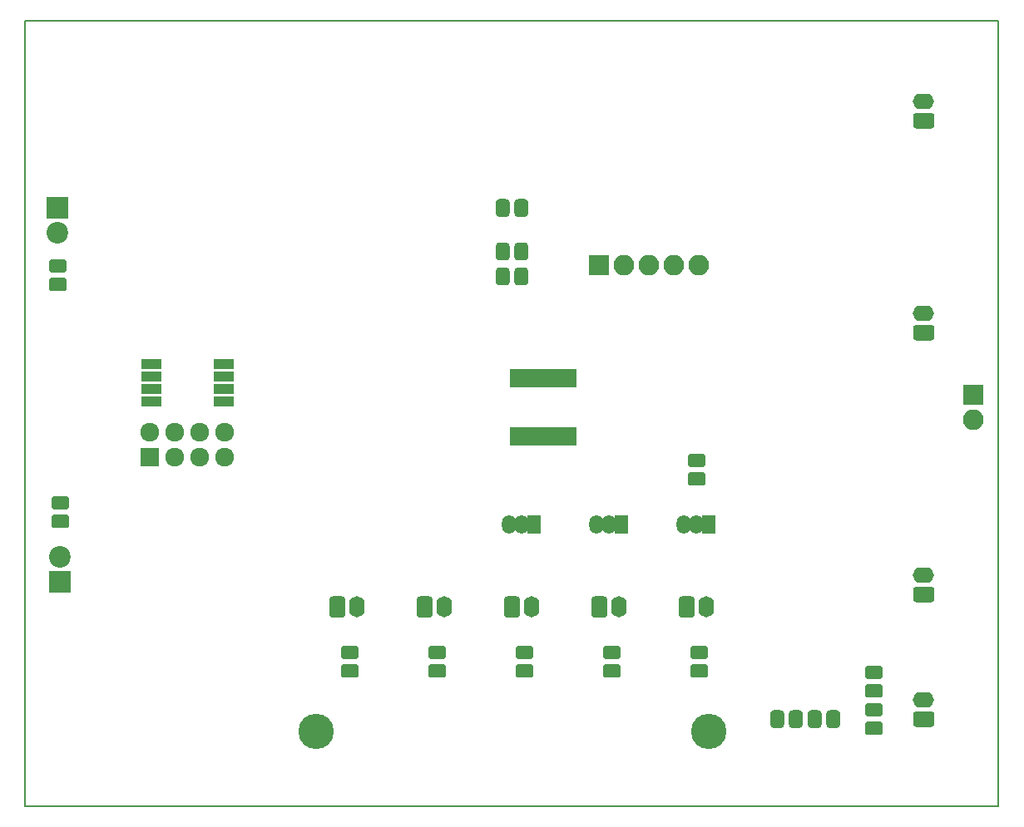
<source format=gbr>
%TF.GenerationSoftware,KiCad,Pcbnew,(5.0.0)*%
%TF.CreationDate,2019-06-06T16:06:29-05:00*%
%TF.ProjectId,Gun board,47756E20626F6172642E6B696361645F,rev?*%
%TF.SameCoordinates,Original*%
%TF.FileFunction,Soldermask,Bot*%
%TF.FilePolarity,Negative*%
%FSLAX46Y46*%
G04 Gerber Fmt 4.6, Leading zero omitted, Abs format (unit mm)*
G04 Created by KiCad (PCBNEW (5.0.0)) date 06/06/19 16:06:29*
%MOMM*%
%LPD*%
G01*
G04 APERTURE LIST*
%ADD10C,0.200000*%
%ADD11R,1.924000X1.924000*%
%ADD12C,1.924000*%
%ADD13R,2.100000X1.050000*%
%ADD14C,3.600000*%
%ADD15C,0.100000*%
%ADD16C,1.600000*%
%ADD17O,2.150000X1.600000*%
%ADD18C,1.375000*%
%ADD19C,2.200000*%
%ADD20R,2.200000X2.200000*%
%ADD21O,2.100000X2.100000*%
%ADD22R,2.100000X2.100000*%
%ADD23O,1.600000X2.150000*%
%ADD24O,1.450000X1.900000*%
%ADD25R,1.450000X1.900000*%
%ADD26R,0.850000X1.850000*%
G04 APERTURE END LIST*
D10*
X200660000Y-101600000D02*
X200660000Y-21590000D01*
X101600000Y-21590000D02*
X101600000Y-101600000D01*
X200660000Y-21590000D02*
X101600000Y-21590000D01*
X101600000Y-101600000D02*
X200660000Y-101600000D01*
D11*
X114300000Y-66040000D03*
D12*
X114300000Y-63500000D03*
X116840000Y-66040000D03*
X116840000Y-63500000D03*
X119380000Y-66040000D03*
X119380000Y-63500000D03*
X121920000Y-66040000D03*
X121920000Y-63500000D03*
D13*
X121760000Y-56515000D03*
X121760000Y-57785000D03*
X121760000Y-59055000D03*
X121760000Y-60325000D03*
X114460000Y-60325000D03*
X114460000Y-59055000D03*
X114460000Y-57785000D03*
X114460000Y-56515000D03*
D14*
X171196000Y-93980000D03*
D15*
G36*
X193814340Y-91911605D02*
X193846698Y-91916405D01*
X193878429Y-91924353D01*
X193909229Y-91935373D01*
X193938800Y-91949359D01*
X193966857Y-91966177D01*
X193993132Y-91985663D01*
X194017369Y-92007631D01*
X194039337Y-92031868D01*
X194058823Y-92058143D01*
X194075641Y-92086200D01*
X194089627Y-92115771D01*
X194100647Y-92146571D01*
X194108595Y-92178302D01*
X194113395Y-92210660D01*
X194115000Y-92243332D01*
X194115000Y-93176668D01*
X194113395Y-93209340D01*
X194108595Y-93241698D01*
X194100647Y-93273429D01*
X194089627Y-93304229D01*
X194075641Y-93333800D01*
X194058823Y-93361857D01*
X194039337Y-93388132D01*
X194017369Y-93412369D01*
X193993132Y-93434337D01*
X193966857Y-93453823D01*
X193938800Y-93470641D01*
X193909229Y-93484627D01*
X193878429Y-93495647D01*
X193846698Y-93503595D01*
X193814340Y-93508395D01*
X193781668Y-93510000D01*
X192298332Y-93510000D01*
X192265660Y-93508395D01*
X192233302Y-93503595D01*
X192201571Y-93495647D01*
X192170771Y-93484627D01*
X192141200Y-93470641D01*
X192113143Y-93453823D01*
X192086868Y-93434337D01*
X192062631Y-93412369D01*
X192040663Y-93388132D01*
X192021177Y-93361857D01*
X192004359Y-93333800D01*
X191990373Y-93304229D01*
X191979353Y-93273429D01*
X191971405Y-93241698D01*
X191966605Y-93209340D01*
X191965000Y-93176668D01*
X191965000Y-92243332D01*
X191966605Y-92210660D01*
X191971405Y-92178302D01*
X191979353Y-92146571D01*
X191990373Y-92115771D01*
X192004359Y-92086200D01*
X192021177Y-92058143D01*
X192040663Y-92031868D01*
X192062631Y-92007631D01*
X192086868Y-91985663D01*
X192113143Y-91966177D01*
X192141200Y-91949359D01*
X192170771Y-91935373D01*
X192201571Y-91924353D01*
X192233302Y-91916405D01*
X192265660Y-91911605D01*
X192298332Y-91910000D01*
X193781668Y-91910000D01*
X193814340Y-91911605D01*
X193814340Y-91911605D01*
G37*
D16*
X193040000Y-92710000D03*
D17*
X193040000Y-90710000D03*
D15*
G36*
X152444943Y-39741655D02*
X152478312Y-39746605D01*
X152511035Y-39754802D01*
X152542797Y-39766166D01*
X152573293Y-39780590D01*
X152602227Y-39797932D01*
X152629323Y-39818028D01*
X152654318Y-39840682D01*
X152676972Y-39865677D01*
X152697068Y-39892773D01*
X152714410Y-39921707D01*
X152728834Y-39952203D01*
X152740198Y-39983965D01*
X152748395Y-40016688D01*
X152753345Y-40050057D01*
X152755000Y-40083750D01*
X152755000Y-41196250D01*
X152753345Y-41229943D01*
X152748395Y-41263312D01*
X152740198Y-41296035D01*
X152728834Y-41327797D01*
X152714410Y-41358293D01*
X152697068Y-41387227D01*
X152676972Y-41414323D01*
X152654318Y-41439318D01*
X152629323Y-41461972D01*
X152602227Y-41482068D01*
X152573293Y-41499410D01*
X152542797Y-41513834D01*
X152511035Y-41525198D01*
X152478312Y-41533395D01*
X152444943Y-41538345D01*
X152411250Y-41540000D01*
X151723750Y-41540000D01*
X151690057Y-41538345D01*
X151656688Y-41533395D01*
X151623965Y-41525198D01*
X151592203Y-41513834D01*
X151561707Y-41499410D01*
X151532773Y-41482068D01*
X151505677Y-41461972D01*
X151480682Y-41439318D01*
X151458028Y-41414323D01*
X151437932Y-41387227D01*
X151420590Y-41358293D01*
X151406166Y-41327797D01*
X151394802Y-41296035D01*
X151386605Y-41263312D01*
X151381655Y-41229943D01*
X151380000Y-41196250D01*
X151380000Y-40083750D01*
X151381655Y-40050057D01*
X151386605Y-40016688D01*
X151394802Y-39983965D01*
X151406166Y-39952203D01*
X151420590Y-39921707D01*
X151437932Y-39892773D01*
X151458028Y-39865677D01*
X151480682Y-39840682D01*
X151505677Y-39818028D01*
X151532773Y-39797932D01*
X151561707Y-39780590D01*
X151592203Y-39766166D01*
X151623965Y-39754802D01*
X151656688Y-39746605D01*
X151690057Y-39741655D01*
X151723750Y-39740000D01*
X152411250Y-39740000D01*
X152444943Y-39741655D01*
X152444943Y-39741655D01*
G37*
D18*
X152067500Y-40640000D03*
D15*
G36*
X150569943Y-39741655D02*
X150603312Y-39746605D01*
X150636035Y-39754802D01*
X150667797Y-39766166D01*
X150698293Y-39780590D01*
X150727227Y-39797932D01*
X150754323Y-39818028D01*
X150779318Y-39840682D01*
X150801972Y-39865677D01*
X150822068Y-39892773D01*
X150839410Y-39921707D01*
X150853834Y-39952203D01*
X150865198Y-39983965D01*
X150873395Y-40016688D01*
X150878345Y-40050057D01*
X150880000Y-40083750D01*
X150880000Y-41196250D01*
X150878345Y-41229943D01*
X150873395Y-41263312D01*
X150865198Y-41296035D01*
X150853834Y-41327797D01*
X150839410Y-41358293D01*
X150822068Y-41387227D01*
X150801972Y-41414323D01*
X150779318Y-41439318D01*
X150754323Y-41461972D01*
X150727227Y-41482068D01*
X150698293Y-41499410D01*
X150667797Y-41513834D01*
X150636035Y-41525198D01*
X150603312Y-41533395D01*
X150569943Y-41538345D01*
X150536250Y-41540000D01*
X149848750Y-41540000D01*
X149815057Y-41538345D01*
X149781688Y-41533395D01*
X149748965Y-41525198D01*
X149717203Y-41513834D01*
X149686707Y-41499410D01*
X149657773Y-41482068D01*
X149630677Y-41461972D01*
X149605682Y-41439318D01*
X149583028Y-41414323D01*
X149562932Y-41387227D01*
X149545590Y-41358293D01*
X149531166Y-41327797D01*
X149519802Y-41296035D01*
X149511605Y-41263312D01*
X149506655Y-41229943D01*
X149505000Y-41196250D01*
X149505000Y-40083750D01*
X149506655Y-40050057D01*
X149511605Y-40016688D01*
X149519802Y-39983965D01*
X149531166Y-39952203D01*
X149545590Y-39921707D01*
X149562932Y-39892773D01*
X149583028Y-39865677D01*
X149605682Y-39840682D01*
X149630677Y-39818028D01*
X149657773Y-39797932D01*
X149686707Y-39780590D01*
X149717203Y-39766166D01*
X149748965Y-39754802D01*
X149781688Y-39746605D01*
X149815057Y-39741655D01*
X149848750Y-39740000D01*
X150536250Y-39740000D01*
X150569943Y-39741655D01*
X150569943Y-39741655D01*
G37*
D18*
X150192500Y-40640000D03*
D19*
X105156000Y-76200000D03*
D20*
X105156000Y-78740000D03*
X104902000Y-40640000D03*
D19*
X104902000Y-43180000D03*
D21*
X170180000Y-46482000D03*
X167640000Y-46482000D03*
X165100000Y-46482000D03*
X162560000Y-46482000D03*
D22*
X160020000Y-46482000D03*
X198120000Y-59690000D03*
D21*
X198120000Y-62230000D03*
D23*
X135350000Y-81280000D03*
D15*
G36*
X133849340Y-80206605D02*
X133881698Y-80211405D01*
X133913429Y-80219353D01*
X133944229Y-80230373D01*
X133973800Y-80244359D01*
X134001857Y-80261177D01*
X134028132Y-80280663D01*
X134052369Y-80302631D01*
X134074337Y-80326868D01*
X134093823Y-80353143D01*
X134110641Y-80381200D01*
X134124627Y-80410771D01*
X134135647Y-80441571D01*
X134143595Y-80473302D01*
X134148395Y-80505660D01*
X134150000Y-80538332D01*
X134150000Y-82021668D01*
X134148395Y-82054340D01*
X134143595Y-82086698D01*
X134135647Y-82118429D01*
X134124627Y-82149229D01*
X134110641Y-82178800D01*
X134093823Y-82206857D01*
X134074337Y-82233132D01*
X134052369Y-82257369D01*
X134028132Y-82279337D01*
X134001857Y-82298823D01*
X133973800Y-82315641D01*
X133944229Y-82329627D01*
X133913429Y-82340647D01*
X133881698Y-82348595D01*
X133849340Y-82353395D01*
X133816668Y-82355000D01*
X132883332Y-82355000D01*
X132850660Y-82353395D01*
X132818302Y-82348595D01*
X132786571Y-82340647D01*
X132755771Y-82329627D01*
X132726200Y-82315641D01*
X132698143Y-82298823D01*
X132671868Y-82279337D01*
X132647631Y-82257369D01*
X132625663Y-82233132D01*
X132606177Y-82206857D01*
X132589359Y-82178800D01*
X132575373Y-82149229D01*
X132564353Y-82118429D01*
X132556405Y-82086698D01*
X132551605Y-82054340D01*
X132550000Y-82021668D01*
X132550000Y-80538332D01*
X132551605Y-80505660D01*
X132556405Y-80473302D01*
X132564353Y-80441571D01*
X132575373Y-80410771D01*
X132589359Y-80381200D01*
X132606177Y-80353143D01*
X132625663Y-80326868D01*
X132647631Y-80302631D01*
X132671868Y-80280663D01*
X132698143Y-80261177D01*
X132726200Y-80244359D01*
X132755771Y-80230373D01*
X132786571Y-80219353D01*
X132818302Y-80211405D01*
X132850660Y-80206605D01*
X132883332Y-80205000D01*
X133816668Y-80205000D01*
X133849340Y-80206605D01*
X133849340Y-80206605D01*
G37*
D16*
X133350000Y-81280000D03*
D23*
X144240000Y-81280000D03*
D15*
G36*
X142739340Y-80206605D02*
X142771698Y-80211405D01*
X142803429Y-80219353D01*
X142834229Y-80230373D01*
X142863800Y-80244359D01*
X142891857Y-80261177D01*
X142918132Y-80280663D01*
X142942369Y-80302631D01*
X142964337Y-80326868D01*
X142983823Y-80353143D01*
X143000641Y-80381200D01*
X143014627Y-80410771D01*
X143025647Y-80441571D01*
X143033595Y-80473302D01*
X143038395Y-80505660D01*
X143040000Y-80538332D01*
X143040000Y-82021668D01*
X143038395Y-82054340D01*
X143033595Y-82086698D01*
X143025647Y-82118429D01*
X143014627Y-82149229D01*
X143000641Y-82178800D01*
X142983823Y-82206857D01*
X142964337Y-82233132D01*
X142942369Y-82257369D01*
X142918132Y-82279337D01*
X142891857Y-82298823D01*
X142863800Y-82315641D01*
X142834229Y-82329627D01*
X142803429Y-82340647D01*
X142771698Y-82348595D01*
X142739340Y-82353395D01*
X142706668Y-82355000D01*
X141773332Y-82355000D01*
X141740660Y-82353395D01*
X141708302Y-82348595D01*
X141676571Y-82340647D01*
X141645771Y-82329627D01*
X141616200Y-82315641D01*
X141588143Y-82298823D01*
X141561868Y-82279337D01*
X141537631Y-82257369D01*
X141515663Y-82233132D01*
X141496177Y-82206857D01*
X141479359Y-82178800D01*
X141465373Y-82149229D01*
X141454353Y-82118429D01*
X141446405Y-82086698D01*
X141441605Y-82054340D01*
X141440000Y-82021668D01*
X141440000Y-80538332D01*
X141441605Y-80505660D01*
X141446405Y-80473302D01*
X141454353Y-80441571D01*
X141465373Y-80410771D01*
X141479359Y-80381200D01*
X141496177Y-80353143D01*
X141515663Y-80326868D01*
X141537631Y-80302631D01*
X141561868Y-80280663D01*
X141588143Y-80261177D01*
X141616200Y-80244359D01*
X141645771Y-80230373D01*
X141676571Y-80219353D01*
X141708302Y-80211405D01*
X141740660Y-80206605D01*
X141773332Y-80205000D01*
X142706668Y-80205000D01*
X142739340Y-80206605D01*
X142739340Y-80206605D01*
G37*
D16*
X142240000Y-81280000D03*
D15*
G36*
X151629340Y-80206605D02*
X151661698Y-80211405D01*
X151693429Y-80219353D01*
X151724229Y-80230373D01*
X151753800Y-80244359D01*
X151781857Y-80261177D01*
X151808132Y-80280663D01*
X151832369Y-80302631D01*
X151854337Y-80326868D01*
X151873823Y-80353143D01*
X151890641Y-80381200D01*
X151904627Y-80410771D01*
X151915647Y-80441571D01*
X151923595Y-80473302D01*
X151928395Y-80505660D01*
X151930000Y-80538332D01*
X151930000Y-82021668D01*
X151928395Y-82054340D01*
X151923595Y-82086698D01*
X151915647Y-82118429D01*
X151904627Y-82149229D01*
X151890641Y-82178800D01*
X151873823Y-82206857D01*
X151854337Y-82233132D01*
X151832369Y-82257369D01*
X151808132Y-82279337D01*
X151781857Y-82298823D01*
X151753800Y-82315641D01*
X151724229Y-82329627D01*
X151693429Y-82340647D01*
X151661698Y-82348595D01*
X151629340Y-82353395D01*
X151596668Y-82355000D01*
X150663332Y-82355000D01*
X150630660Y-82353395D01*
X150598302Y-82348595D01*
X150566571Y-82340647D01*
X150535771Y-82329627D01*
X150506200Y-82315641D01*
X150478143Y-82298823D01*
X150451868Y-82279337D01*
X150427631Y-82257369D01*
X150405663Y-82233132D01*
X150386177Y-82206857D01*
X150369359Y-82178800D01*
X150355373Y-82149229D01*
X150344353Y-82118429D01*
X150336405Y-82086698D01*
X150331605Y-82054340D01*
X150330000Y-82021668D01*
X150330000Y-80538332D01*
X150331605Y-80505660D01*
X150336405Y-80473302D01*
X150344353Y-80441571D01*
X150355373Y-80410771D01*
X150369359Y-80381200D01*
X150386177Y-80353143D01*
X150405663Y-80326868D01*
X150427631Y-80302631D01*
X150451868Y-80280663D01*
X150478143Y-80261177D01*
X150506200Y-80244359D01*
X150535771Y-80230373D01*
X150566571Y-80219353D01*
X150598302Y-80211405D01*
X150630660Y-80206605D01*
X150663332Y-80205000D01*
X151596668Y-80205000D01*
X151629340Y-80206605D01*
X151629340Y-80206605D01*
G37*
D16*
X151130000Y-81280000D03*
D23*
X153130000Y-81280000D03*
D15*
G36*
X160519340Y-80206605D02*
X160551698Y-80211405D01*
X160583429Y-80219353D01*
X160614229Y-80230373D01*
X160643800Y-80244359D01*
X160671857Y-80261177D01*
X160698132Y-80280663D01*
X160722369Y-80302631D01*
X160744337Y-80326868D01*
X160763823Y-80353143D01*
X160780641Y-80381200D01*
X160794627Y-80410771D01*
X160805647Y-80441571D01*
X160813595Y-80473302D01*
X160818395Y-80505660D01*
X160820000Y-80538332D01*
X160820000Y-82021668D01*
X160818395Y-82054340D01*
X160813595Y-82086698D01*
X160805647Y-82118429D01*
X160794627Y-82149229D01*
X160780641Y-82178800D01*
X160763823Y-82206857D01*
X160744337Y-82233132D01*
X160722369Y-82257369D01*
X160698132Y-82279337D01*
X160671857Y-82298823D01*
X160643800Y-82315641D01*
X160614229Y-82329627D01*
X160583429Y-82340647D01*
X160551698Y-82348595D01*
X160519340Y-82353395D01*
X160486668Y-82355000D01*
X159553332Y-82355000D01*
X159520660Y-82353395D01*
X159488302Y-82348595D01*
X159456571Y-82340647D01*
X159425771Y-82329627D01*
X159396200Y-82315641D01*
X159368143Y-82298823D01*
X159341868Y-82279337D01*
X159317631Y-82257369D01*
X159295663Y-82233132D01*
X159276177Y-82206857D01*
X159259359Y-82178800D01*
X159245373Y-82149229D01*
X159234353Y-82118429D01*
X159226405Y-82086698D01*
X159221605Y-82054340D01*
X159220000Y-82021668D01*
X159220000Y-80538332D01*
X159221605Y-80505660D01*
X159226405Y-80473302D01*
X159234353Y-80441571D01*
X159245373Y-80410771D01*
X159259359Y-80381200D01*
X159276177Y-80353143D01*
X159295663Y-80326868D01*
X159317631Y-80302631D01*
X159341868Y-80280663D01*
X159368143Y-80261177D01*
X159396200Y-80244359D01*
X159425771Y-80230373D01*
X159456571Y-80219353D01*
X159488302Y-80211405D01*
X159520660Y-80206605D01*
X159553332Y-80205000D01*
X160486668Y-80205000D01*
X160519340Y-80206605D01*
X160519340Y-80206605D01*
G37*
D16*
X160020000Y-81280000D03*
D23*
X162020000Y-81280000D03*
D15*
G36*
X169409340Y-80206605D02*
X169441698Y-80211405D01*
X169473429Y-80219353D01*
X169504229Y-80230373D01*
X169533800Y-80244359D01*
X169561857Y-80261177D01*
X169588132Y-80280663D01*
X169612369Y-80302631D01*
X169634337Y-80326868D01*
X169653823Y-80353143D01*
X169670641Y-80381200D01*
X169684627Y-80410771D01*
X169695647Y-80441571D01*
X169703595Y-80473302D01*
X169708395Y-80505660D01*
X169710000Y-80538332D01*
X169710000Y-82021668D01*
X169708395Y-82054340D01*
X169703595Y-82086698D01*
X169695647Y-82118429D01*
X169684627Y-82149229D01*
X169670641Y-82178800D01*
X169653823Y-82206857D01*
X169634337Y-82233132D01*
X169612369Y-82257369D01*
X169588132Y-82279337D01*
X169561857Y-82298823D01*
X169533800Y-82315641D01*
X169504229Y-82329627D01*
X169473429Y-82340647D01*
X169441698Y-82348595D01*
X169409340Y-82353395D01*
X169376668Y-82355000D01*
X168443332Y-82355000D01*
X168410660Y-82353395D01*
X168378302Y-82348595D01*
X168346571Y-82340647D01*
X168315771Y-82329627D01*
X168286200Y-82315641D01*
X168258143Y-82298823D01*
X168231868Y-82279337D01*
X168207631Y-82257369D01*
X168185663Y-82233132D01*
X168166177Y-82206857D01*
X168149359Y-82178800D01*
X168135373Y-82149229D01*
X168124353Y-82118429D01*
X168116405Y-82086698D01*
X168111605Y-82054340D01*
X168110000Y-82021668D01*
X168110000Y-80538332D01*
X168111605Y-80505660D01*
X168116405Y-80473302D01*
X168124353Y-80441571D01*
X168135373Y-80410771D01*
X168149359Y-80381200D01*
X168166177Y-80353143D01*
X168185663Y-80326868D01*
X168207631Y-80302631D01*
X168231868Y-80280663D01*
X168258143Y-80261177D01*
X168286200Y-80244359D01*
X168315771Y-80230373D01*
X168346571Y-80219353D01*
X168378302Y-80211405D01*
X168410660Y-80206605D01*
X168443332Y-80205000D01*
X169376668Y-80205000D01*
X169409340Y-80206605D01*
X169409340Y-80206605D01*
G37*
D16*
X168910000Y-81280000D03*
D23*
X170910000Y-81280000D03*
D17*
X193040000Y-29750000D03*
D15*
G36*
X193814340Y-30951605D02*
X193846698Y-30956405D01*
X193878429Y-30964353D01*
X193909229Y-30975373D01*
X193938800Y-30989359D01*
X193966857Y-31006177D01*
X193993132Y-31025663D01*
X194017369Y-31047631D01*
X194039337Y-31071868D01*
X194058823Y-31098143D01*
X194075641Y-31126200D01*
X194089627Y-31155771D01*
X194100647Y-31186571D01*
X194108595Y-31218302D01*
X194113395Y-31250660D01*
X194115000Y-31283332D01*
X194115000Y-32216668D01*
X194113395Y-32249340D01*
X194108595Y-32281698D01*
X194100647Y-32313429D01*
X194089627Y-32344229D01*
X194075641Y-32373800D01*
X194058823Y-32401857D01*
X194039337Y-32428132D01*
X194017369Y-32452369D01*
X193993132Y-32474337D01*
X193966857Y-32493823D01*
X193938800Y-32510641D01*
X193909229Y-32524627D01*
X193878429Y-32535647D01*
X193846698Y-32543595D01*
X193814340Y-32548395D01*
X193781668Y-32550000D01*
X192298332Y-32550000D01*
X192265660Y-32548395D01*
X192233302Y-32543595D01*
X192201571Y-32535647D01*
X192170771Y-32524627D01*
X192141200Y-32510641D01*
X192113143Y-32493823D01*
X192086868Y-32474337D01*
X192062631Y-32452369D01*
X192040663Y-32428132D01*
X192021177Y-32401857D01*
X192004359Y-32373800D01*
X191990373Y-32344229D01*
X191979353Y-32313429D01*
X191971405Y-32281698D01*
X191966605Y-32249340D01*
X191965000Y-32216668D01*
X191965000Y-31283332D01*
X191966605Y-31250660D01*
X191971405Y-31218302D01*
X191979353Y-31186571D01*
X191990373Y-31155771D01*
X192004359Y-31126200D01*
X192021177Y-31098143D01*
X192040663Y-31071868D01*
X192062631Y-31047631D01*
X192086868Y-31025663D01*
X192113143Y-31006177D01*
X192141200Y-30989359D01*
X192170771Y-30975373D01*
X192201571Y-30964353D01*
X192233302Y-30956405D01*
X192265660Y-30951605D01*
X192298332Y-30950000D01*
X193781668Y-30950000D01*
X193814340Y-30951605D01*
X193814340Y-30951605D01*
G37*
D16*
X193040000Y-31750000D03*
D24*
X169926000Y-72898000D03*
X168656000Y-72898000D03*
D25*
X171196000Y-72898000D03*
X153416000Y-72898000D03*
D24*
X150876000Y-72898000D03*
X152146000Y-72898000D03*
X161036000Y-72898000D03*
X159766000Y-72898000D03*
D25*
X162306000Y-72898000D03*
D15*
G36*
X135209943Y-87119655D02*
X135243312Y-87124605D01*
X135276035Y-87132802D01*
X135307797Y-87144166D01*
X135338293Y-87158590D01*
X135367227Y-87175932D01*
X135394323Y-87196028D01*
X135419318Y-87218682D01*
X135441972Y-87243677D01*
X135462068Y-87270773D01*
X135479410Y-87299707D01*
X135493834Y-87330203D01*
X135505198Y-87361965D01*
X135513395Y-87394688D01*
X135518345Y-87428057D01*
X135520000Y-87461750D01*
X135520000Y-88149250D01*
X135518345Y-88182943D01*
X135513395Y-88216312D01*
X135505198Y-88249035D01*
X135493834Y-88280797D01*
X135479410Y-88311293D01*
X135462068Y-88340227D01*
X135441972Y-88367323D01*
X135419318Y-88392318D01*
X135394323Y-88414972D01*
X135367227Y-88435068D01*
X135338293Y-88452410D01*
X135307797Y-88466834D01*
X135276035Y-88478198D01*
X135243312Y-88486395D01*
X135209943Y-88491345D01*
X135176250Y-88493000D01*
X134063750Y-88493000D01*
X134030057Y-88491345D01*
X133996688Y-88486395D01*
X133963965Y-88478198D01*
X133932203Y-88466834D01*
X133901707Y-88452410D01*
X133872773Y-88435068D01*
X133845677Y-88414972D01*
X133820682Y-88392318D01*
X133798028Y-88367323D01*
X133777932Y-88340227D01*
X133760590Y-88311293D01*
X133746166Y-88280797D01*
X133734802Y-88249035D01*
X133726605Y-88216312D01*
X133721655Y-88182943D01*
X133720000Y-88149250D01*
X133720000Y-87461750D01*
X133721655Y-87428057D01*
X133726605Y-87394688D01*
X133734802Y-87361965D01*
X133746166Y-87330203D01*
X133760590Y-87299707D01*
X133777932Y-87270773D01*
X133798028Y-87243677D01*
X133820682Y-87218682D01*
X133845677Y-87196028D01*
X133872773Y-87175932D01*
X133901707Y-87158590D01*
X133932203Y-87144166D01*
X133963965Y-87132802D01*
X133996688Y-87124605D01*
X134030057Y-87119655D01*
X134063750Y-87118000D01*
X135176250Y-87118000D01*
X135209943Y-87119655D01*
X135209943Y-87119655D01*
G37*
D18*
X134620000Y-87805500D03*
D15*
G36*
X135209943Y-85244655D02*
X135243312Y-85249605D01*
X135276035Y-85257802D01*
X135307797Y-85269166D01*
X135338293Y-85283590D01*
X135367227Y-85300932D01*
X135394323Y-85321028D01*
X135419318Y-85343682D01*
X135441972Y-85368677D01*
X135462068Y-85395773D01*
X135479410Y-85424707D01*
X135493834Y-85455203D01*
X135505198Y-85486965D01*
X135513395Y-85519688D01*
X135518345Y-85553057D01*
X135520000Y-85586750D01*
X135520000Y-86274250D01*
X135518345Y-86307943D01*
X135513395Y-86341312D01*
X135505198Y-86374035D01*
X135493834Y-86405797D01*
X135479410Y-86436293D01*
X135462068Y-86465227D01*
X135441972Y-86492323D01*
X135419318Y-86517318D01*
X135394323Y-86539972D01*
X135367227Y-86560068D01*
X135338293Y-86577410D01*
X135307797Y-86591834D01*
X135276035Y-86603198D01*
X135243312Y-86611395D01*
X135209943Y-86616345D01*
X135176250Y-86618000D01*
X134063750Y-86618000D01*
X134030057Y-86616345D01*
X133996688Y-86611395D01*
X133963965Y-86603198D01*
X133932203Y-86591834D01*
X133901707Y-86577410D01*
X133872773Y-86560068D01*
X133845677Y-86539972D01*
X133820682Y-86517318D01*
X133798028Y-86492323D01*
X133777932Y-86465227D01*
X133760590Y-86436293D01*
X133746166Y-86405797D01*
X133734802Y-86374035D01*
X133726605Y-86341312D01*
X133721655Y-86307943D01*
X133720000Y-86274250D01*
X133720000Y-85586750D01*
X133721655Y-85553057D01*
X133726605Y-85519688D01*
X133734802Y-85486965D01*
X133746166Y-85455203D01*
X133760590Y-85424707D01*
X133777932Y-85395773D01*
X133798028Y-85368677D01*
X133820682Y-85343682D01*
X133845677Y-85321028D01*
X133872773Y-85300932D01*
X133901707Y-85283590D01*
X133932203Y-85269166D01*
X133963965Y-85257802D01*
X133996688Y-85249605D01*
X134030057Y-85244655D01*
X134063750Y-85243000D01*
X135176250Y-85243000D01*
X135209943Y-85244655D01*
X135209943Y-85244655D01*
G37*
D18*
X134620000Y-85930500D03*
D15*
G36*
X144099943Y-87119655D02*
X144133312Y-87124605D01*
X144166035Y-87132802D01*
X144197797Y-87144166D01*
X144228293Y-87158590D01*
X144257227Y-87175932D01*
X144284323Y-87196028D01*
X144309318Y-87218682D01*
X144331972Y-87243677D01*
X144352068Y-87270773D01*
X144369410Y-87299707D01*
X144383834Y-87330203D01*
X144395198Y-87361965D01*
X144403395Y-87394688D01*
X144408345Y-87428057D01*
X144410000Y-87461750D01*
X144410000Y-88149250D01*
X144408345Y-88182943D01*
X144403395Y-88216312D01*
X144395198Y-88249035D01*
X144383834Y-88280797D01*
X144369410Y-88311293D01*
X144352068Y-88340227D01*
X144331972Y-88367323D01*
X144309318Y-88392318D01*
X144284323Y-88414972D01*
X144257227Y-88435068D01*
X144228293Y-88452410D01*
X144197797Y-88466834D01*
X144166035Y-88478198D01*
X144133312Y-88486395D01*
X144099943Y-88491345D01*
X144066250Y-88493000D01*
X142953750Y-88493000D01*
X142920057Y-88491345D01*
X142886688Y-88486395D01*
X142853965Y-88478198D01*
X142822203Y-88466834D01*
X142791707Y-88452410D01*
X142762773Y-88435068D01*
X142735677Y-88414972D01*
X142710682Y-88392318D01*
X142688028Y-88367323D01*
X142667932Y-88340227D01*
X142650590Y-88311293D01*
X142636166Y-88280797D01*
X142624802Y-88249035D01*
X142616605Y-88216312D01*
X142611655Y-88182943D01*
X142610000Y-88149250D01*
X142610000Y-87461750D01*
X142611655Y-87428057D01*
X142616605Y-87394688D01*
X142624802Y-87361965D01*
X142636166Y-87330203D01*
X142650590Y-87299707D01*
X142667932Y-87270773D01*
X142688028Y-87243677D01*
X142710682Y-87218682D01*
X142735677Y-87196028D01*
X142762773Y-87175932D01*
X142791707Y-87158590D01*
X142822203Y-87144166D01*
X142853965Y-87132802D01*
X142886688Y-87124605D01*
X142920057Y-87119655D01*
X142953750Y-87118000D01*
X144066250Y-87118000D01*
X144099943Y-87119655D01*
X144099943Y-87119655D01*
G37*
D18*
X143510000Y-87805500D03*
D15*
G36*
X144099943Y-85244655D02*
X144133312Y-85249605D01*
X144166035Y-85257802D01*
X144197797Y-85269166D01*
X144228293Y-85283590D01*
X144257227Y-85300932D01*
X144284323Y-85321028D01*
X144309318Y-85343682D01*
X144331972Y-85368677D01*
X144352068Y-85395773D01*
X144369410Y-85424707D01*
X144383834Y-85455203D01*
X144395198Y-85486965D01*
X144403395Y-85519688D01*
X144408345Y-85553057D01*
X144410000Y-85586750D01*
X144410000Y-86274250D01*
X144408345Y-86307943D01*
X144403395Y-86341312D01*
X144395198Y-86374035D01*
X144383834Y-86405797D01*
X144369410Y-86436293D01*
X144352068Y-86465227D01*
X144331972Y-86492323D01*
X144309318Y-86517318D01*
X144284323Y-86539972D01*
X144257227Y-86560068D01*
X144228293Y-86577410D01*
X144197797Y-86591834D01*
X144166035Y-86603198D01*
X144133312Y-86611395D01*
X144099943Y-86616345D01*
X144066250Y-86618000D01*
X142953750Y-86618000D01*
X142920057Y-86616345D01*
X142886688Y-86611395D01*
X142853965Y-86603198D01*
X142822203Y-86591834D01*
X142791707Y-86577410D01*
X142762773Y-86560068D01*
X142735677Y-86539972D01*
X142710682Y-86517318D01*
X142688028Y-86492323D01*
X142667932Y-86465227D01*
X142650590Y-86436293D01*
X142636166Y-86405797D01*
X142624802Y-86374035D01*
X142616605Y-86341312D01*
X142611655Y-86307943D01*
X142610000Y-86274250D01*
X142610000Y-85586750D01*
X142611655Y-85553057D01*
X142616605Y-85519688D01*
X142624802Y-85486965D01*
X142636166Y-85455203D01*
X142650590Y-85424707D01*
X142667932Y-85395773D01*
X142688028Y-85368677D01*
X142710682Y-85343682D01*
X142735677Y-85321028D01*
X142762773Y-85300932D01*
X142791707Y-85283590D01*
X142822203Y-85269166D01*
X142853965Y-85257802D01*
X142886688Y-85249605D01*
X142920057Y-85244655D01*
X142953750Y-85243000D01*
X144066250Y-85243000D01*
X144099943Y-85244655D01*
X144099943Y-85244655D01*
G37*
D18*
X143510000Y-85930500D03*
D15*
G36*
X152989943Y-85244655D02*
X153023312Y-85249605D01*
X153056035Y-85257802D01*
X153087797Y-85269166D01*
X153118293Y-85283590D01*
X153147227Y-85300932D01*
X153174323Y-85321028D01*
X153199318Y-85343682D01*
X153221972Y-85368677D01*
X153242068Y-85395773D01*
X153259410Y-85424707D01*
X153273834Y-85455203D01*
X153285198Y-85486965D01*
X153293395Y-85519688D01*
X153298345Y-85553057D01*
X153300000Y-85586750D01*
X153300000Y-86274250D01*
X153298345Y-86307943D01*
X153293395Y-86341312D01*
X153285198Y-86374035D01*
X153273834Y-86405797D01*
X153259410Y-86436293D01*
X153242068Y-86465227D01*
X153221972Y-86492323D01*
X153199318Y-86517318D01*
X153174323Y-86539972D01*
X153147227Y-86560068D01*
X153118293Y-86577410D01*
X153087797Y-86591834D01*
X153056035Y-86603198D01*
X153023312Y-86611395D01*
X152989943Y-86616345D01*
X152956250Y-86618000D01*
X151843750Y-86618000D01*
X151810057Y-86616345D01*
X151776688Y-86611395D01*
X151743965Y-86603198D01*
X151712203Y-86591834D01*
X151681707Y-86577410D01*
X151652773Y-86560068D01*
X151625677Y-86539972D01*
X151600682Y-86517318D01*
X151578028Y-86492323D01*
X151557932Y-86465227D01*
X151540590Y-86436293D01*
X151526166Y-86405797D01*
X151514802Y-86374035D01*
X151506605Y-86341312D01*
X151501655Y-86307943D01*
X151500000Y-86274250D01*
X151500000Y-85586750D01*
X151501655Y-85553057D01*
X151506605Y-85519688D01*
X151514802Y-85486965D01*
X151526166Y-85455203D01*
X151540590Y-85424707D01*
X151557932Y-85395773D01*
X151578028Y-85368677D01*
X151600682Y-85343682D01*
X151625677Y-85321028D01*
X151652773Y-85300932D01*
X151681707Y-85283590D01*
X151712203Y-85269166D01*
X151743965Y-85257802D01*
X151776688Y-85249605D01*
X151810057Y-85244655D01*
X151843750Y-85243000D01*
X152956250Y-85243000D01*
X152989943Y-85244655D01*
X152989943Y-85244655D01*
G37*
D18*
X152400000Y-85930500D03*
D15*
G36*
X152989943Y-87119655D02*
X153023312Y-87124605D01*
X153056035Y-87132802D01*
X153087797Y-87144166D01*
X153118293Y-87158590D01*
X153147227Y-87175932D01*
X153174323Y-87196028D01*
X153199318Y-87218682D01*
X153221972Y-87243677D01*
X153242068Y-87270773D01*
X153259410Y-87299707D01*
X153273834Y-87330203D01*
X153285198Y-87361965D01*
X153293395Y-87394688D01*
X153298345Y-87428057D01*
X153300000Y-87461750D01*
X153300000Y-88149250D01*
X153298345Y-88182943D01*
X153293395Y-88216312D01*
X153285198Y-88249035D01*
X153273834Y-88280797D01*
X153259410Y-88311293D01*
X153242068Y-88340227D01*
X153221972Y-88367323D01*
X153199318Y-88392318D01*
X153174323Y-88414972D01*
X153147227Y-88435068D01*
X153118293Y-88452410D01*
X153087797Y-88466834D01*
X153056035Y-88478198D01*
X153023312Y-88486395D01*
X152989943Y-88491345D01*
X152956250Y-88493000D01*
X151843750Y-88493000D01*
X151810057Y-88491345D01*
X151776688Y-88486395D01*
X151743965Y-88478198D01*
X151712203Y-88466834D01*
X151681707Y-88452410D01*
X151652773Y-88435068D01*
X151625677Y-88414972D01*
X151600682Y-88392318D01*
X151578028Y-88367323D01*
X151557932Y-88340227D01*
X151540590Y-88311293D01*
X151526166Y-88280797D01*
X151514802Y-88249035D01*
X151506605Y-88216312D01*
X151501655Y-88182943D01*
X151500000Y-88149250D01*
X151500000Y-87461750D01*
X151501655Y-87428057D01*
X151506605Y-87394688D01*
X151514802Y-87361965D01*
X151526166Y-87330203D01*
X151540590Y-87299707D01*
X151557932Y-87270773D01*
X151578028Y-87243677D01*
X151600682Y-87218682D01*
X151625677Y-87196028D01*
X151652773Y-87175932D01*
X151681707Y-87158590D01*
X151712203Y-87144166D01*
X151743965Y-87132802D01*
X151776688Y-87124605D01*
X151810057Y-87119655D01*
X151843750Y-87118000D01*
X152956250Y-87118000D01*
X152989943Y-87119655D01*
X152989943Y-87119655D01*
G37*
D18*
X152400000Y-87805500D03*
D15*
G36*
X152444943Y-44186655D02*
X152478312Y-44191605D01*
X152511035Y-44199802D01*
X152542797Y-44211166D01*
X152573293Y-44225590D01*
X152602227Y-44242932D01*
X152629323Y-44263028D01*
X152654318Y-44285682D01*
X152676972Y-44310677D01*
X152697068Y-44337773D01*
X152714410Y-44366707D01*
X152728834Y-44397203D01*
X152740198Y-44428965D01*
X152748395Y-44461688D01*
X152753345Y-44495057D01*
X152755000Y-44528750D01*
X152755000Y-45641250D01*
X152753345Y-45674943D01*
X152748395Y-45708312D01*
X152740198Y-45741035D01*
X152728834Y-45772797D01*
X152714410Y-45803293D01*
X152697068Y-45832227D01*
X152676972Y-45859323D01*
X152654318Y-45884318D01*
X152629323Y-45906972D01*
X152602227Y-45927068D01*
X152573293Y-45944410D01*
X152542797Y-45958834D01*
X152511035Y-45970198D01*
X152478312Y-45978395D01*
X152444943Y-45983345D01*
X152411250Y-45985000D01*
X151723750Y-45985000D01*
X151690057Y-45983345D01*
X151656688Y-45978395D01*
X151623965Y-45970198D01*
X151592203Y-45958834D01*
X151561707Y-45944410D01*
X151532773Y-45927068D01*
X151505677Y-45906972D01*
X151480682Y-45884318D01*
X151458028Y-45859323D01*
X151437932Y-45832227D01*
X151420590Y-45803293D01*
X151406166Y-45772797D01*
X151394802Y-45741035D01*
X151386605Y-45708312D01*
X151381655Y-45674943D01*
X151380000Y-45641250D01*
X151380000Y-44528750D01*
X151381655Y-44495057D01*
X151386605Y-44461688D01*
X151394802Y-44428965D01*
X151406166Y-44397203D01*
X151420590Y-44366707D01*
X151437932Y-44337773D01*
X151458028Y-44310677D01*
X151480682Y-44285682D01*
X151505677Y-44263028D01*
X151532773Y-44242932D01*
X151561707Y-44225590D01*
X151592203Y-44211166D01*
X151623965Y-44199802D01*
X151656688Y-44191605D01*
X151690057Y-44186655D01*
X151723750Y-44185000D01*
X152411250Y-44185000D01*
X152444943Y-44186655D01*
X152444943Y-44186655D01*
G37*
D18*
X152067500Y-45085000D03*
D15*
G36*
X150569943Y-44186655D02*
X150603312Y-44191605D01*
X150636035Y-44199802D01*
X150667797Y-44211166D01*
X150698293Y-44225590D01*
X150727227Y-44242932D01*
X150754323Y-44263028D01*
X150779318Y-44285682D01*
X150801972Y-44310677D01*
X150822068Y-44337773D01*
X150839410Y-44366707D01*
X150853834Y-44397203D01*
X150865198Y-44428965D01*
X150873395Y-44461688D01*
X150878345Y-44495057D01*
X150880000Y-44528750D01*
X150880000Y-45641250D01*
X150878345Y-45674943D01*
X150873395Y-45708312D01*
X150865198Y-45741035D01*
X150853834Y-45772797D01*
X150839410Y-45803293D01*
X150822068Y-45832227D01*
X150801972Y-45859323D01*
X150779318Y-45884318D01*
X150754323Y-45906972D01*
X150727227Y-45927068D01*
X150698293Y-45944410D01*
X150667797Y-45958834D01*
X150636035Y-45970198D01*
X150603312Y-45978395D01*
X150569943Y-45983345D01*
X150536250Y-45985000D01*
X149848750Y-45985000D01*
X149815057Y-45983345D01*
X149781688Y-45978395D01*
X149748965Y-45970198D01*
X149717203Y-45958834D01*
X149686707Y-45944410D01*
X149657773Y-45927068D01*
X149630677Y-45906972D01*
X149605682Y-45884318D01*
X149583028Y-45859323D01*
X149562932Y-45832227D01*
X149545590Y-45803293D01*
X149531166Y-45772797D01*
X149519802Y-45741035D01*
X149511605Y-45708312D01*
X149506655Y-45674943D01*
X149505000Y-45641250D01*
X149505000Y-44528750D01*
X149506655Y-44495057D01*
X149511605Y-44461688D01*
X149519802Y-44428965D01*
X149531166Y-44397203D01*
X149545590Y-44366707D01*
X149562932Y-44337773D01*
X149583028Y-44310677D01*
X149605682Y-44285682D01*
X149630677Y-44263028D01*
X149657773Y-44242932D01*
X149686707Y-44225590D01*
X149717203Y-44211166D01*
X149748965Y-44199802D01*
X149781688Y-44191605D01*
X149815057Y-44186655D01*
X149848750Y-44185000D01*
X150536250Y-44185000D01*
X150569943Y-44186655D01*
X150569943Y-44186655D01*
G37*
D18*
X150192500Y-45085000D03*
D15*
G36*
X170515943Y-67561655D02*
X170549312Y-67566605D01*
X170582035Y-67574802D01*
X170613797Y-67586166D01*
X170644293Y-67600590D01*
X170673227Y-67617932D01*
X170700323Y-67638028D01*
X170725318Y-67660682D01*
X170747972Y-67685677D01*
X170768068Y-67712773D01*
X170785410Y-67741707D01*
X170799834Y-67772203D01*
X170811198Y-67803965D01*
X170819395Y-67836688D01*
X170824345Y-67870057D01*
X170826000Y-67903750D01*
X170826000Y-68591250D01*
X170824345Y-68624943D01*
X170819395Y-68658312D01*
X170811198Y-68691035D01*
X170799834Y-68722797D01*
X170785410Y-68753293D01*
X170768068Y-68782227D01*
X170747972Y-68809323D01*
X170725318Y-68834318D01*
X170700323Y-68856972D01*
X170673227Y-68877068D01*
X170644293Y-68894410D01*
X170613797Y-68908834D01*
X170582035Y-68920198D01*
X170549312Y-68928395D01*
X170515943Y-68933345D01*
X170482250Y-68935000D01*
X169369750Y-68935000D01*
X169336057Y-68933345D01*
X169302688Y-68928395D01*
X169269965Y-68920198D01*
X169238203Y-68908834D01*
X169207707Y-68894410D01*
X169178773Y-68877068D01*
X169151677Y-68856972D01*
X169126682Y-68834318D01*
X169104028Y-68809323D01*
X169083932Y-68782227D01*
X169066590Y-68753293D01*
X169052166Y-68722797D01*
X169040802Y-68691035D01*
X169032605Y-68658312D01*
X169027655Y-68624943D01*
X169026000Y-68591250D01*
X169026000Y-67903750D01*
X169027655Y-67870057D01*
X169032605Y-67836688D01*
X169040802Y-67803965D01*
X169052166Y-67772203D01*
X169066590Y-67741707D01*
X169083932Y-67712773D01*
X169104028Y-67685677D01*
X169126682Y-67660682D01*
X169151677Y-67638028D01*
X169178773Y-67617932D01*
X169207707Y-67600590D01*
X169238203Y-67586166D01*
X169269965Y-67574802D01*
X169302688Y-67566605D01*
X169336057Y-67561655D01*
X169369750Y-67560000D01*
X170482250Y-67560000D01*
X170515943Y-67561655D01*
X170515943Y-67561655D01*
G37*
D18*
X169926000Y-68247500D03*
D15*
G36*
X170515943Y-65686655D02*
X170549312Y-65691605D01*
X170582035Y-65699802D01*
X170613797Y-65711166D01*
X170644293Y-65725590D01*
X170673227Y-65742932D01*
X170700323Y-65763028D01*
X170725318Y-65785682D01*
X170747972Y-65810677D01*
X170768068Y-65837773D01*
X170785410Y-65866707D01*
X170799834Y-65897203D01*
X170811198Y-65928965D01*
X170819395Y-65961688D01*
X170824345Y-65995057D01*
X170826000Y-66028750D01*
X170826000Y-66716250D01*
X170824345Y-66749943D01*
X170819395Y-66783312D01*
X170811198Y-66816035D01*
X170799834Y-66847797D01*
X170785410Y-66878293D01*
X170768068Y-66907227D01*
X170747972Y-66934323D01*
X170725318Y-66959318D01*
X170700323Y-66981972D01*
X170673227Y-67002068D01*
X170644293Y-67019410D01*
X170613797Y-67033834D01*
X170582035Y-67045198D01*
X170549312Y-67053395D01*
X170515943Y-67058345D01*
X170482250Y-67060000D01*
X169369750Y-67060000D01*
X169336057Y-67058345D01*
X169302688Y-67053395D01*
X169269965Y-67045198D01*
X169238203Y-67033834D01*
X169207707Y-67019410D01*
X169178773Y-67002068D01*
X169151677Y-66981972D01*
X169126682Y-66959318D01*
X169104028Y-66934323D01*
X169083932Y-66907227D01*
X169066590Y-66878293D01*
X169052166Y-66847797D01*
X169040802Y-66816035D01*
X169032605Y-66783312D01*
X169027655Y-66749943D01*
X169026000Y-66716250D01*
X169026000Y-66028750D01*
X169027655Y-65995057D01*
X169032605Y-65961688D01*
X169040802Y-65928965D01*
X169052166Y-65897203D01*
X169066590Y-65866707D01*
X169083932Y-65837773D01*
X169104028Y-65810677D01*
X169126682Y-65785682D01*
X169151677Y-65763028D01*
X169178773Y-65742932D01*
X169207707Y-65725590D01*
X169238203Y-65711166D01*
X169269965Y-65699802D01*
X169302688Y-65691605D01*
X169336057Y-65686655D01*
X169369750Y-65685000D01*
X170482250Y-65685000D01*
X170515943Y-65686655D01*
X170515943Y-65686655D01*
G37*
D18*
X169926000Y-66372500D03*
D15*
G36*
X170769943Y-87119655D02*
X170803312Y-87124605D01*
X170836035Y-87132802D01*
X170867797Y-87144166D01*
X170898293Y-87158590D01*
X170927227Y-87175932D01*
X170954323Y-87196028D01*
X170979318Y-87218682D01*
X171001972Y-87243677D01*
X171022068Y-87270773D01*
X171039410Y-87299707D01*
X171053834Y-87330203D01*
X171065198Y-87361965D01*
X171073395Y-87394688D01*
X171078345Y-87428057D01*
X171080000Y-87461750D01*
X171080000Y-88149250D01*
X171078345Y-88182943D01*
X171073395Y-88216312D01*
X171065198Y-88249035D01*
X171053834Y-88280797D01*
X171039410Y-88311293D01*
X171022068Y-88340227D01*
X171001972Y-88367323D01*
X170979318Y-88392318D01*
X170954323Y-88414972D01*
X170927227Y-88435068D01*
X170898293Y-88452410D01*
X170867797Y-88466834D01*
X170836035Y-88478198D01*
X170803312Y-88486395D01*
X170769943Y-88491345D01*
X170736250Y-88493000D01*
X169623750Y-88493000D01*
X169590057Y-88491345D01*
X169556688Y-88486395D01*
X169523965Y-88478198D01*
X169492203Y-88466834D01*
X169461707Y-88452410D01*
X169432773Y-88435068D01*
X169405677Y-88414972D01*
X169380682Y-88392318D01*
X169358028Y-88367323D01*
X169337932Y-88340227D01*
X169320590Y-88311293D01*
X169306166Y-88280797D01*
X169294802Y-88249035D01*
X169286605Y-88216312D01*
X169281655Y-88182943D01*
X169280000Y-88149250D01*
X169280000Y-87461750D01*
X169281655Y-87428057D01*
X169286605Y-87394688D01*
X169294802Y-87361965D01*
X169306166Y-87330203D01*
X169320590Y-87299707D01*
X169337932Y-87270773D01*
X169358028Y-87243677D01*
X169380682Y-87218682D01*
X169405677Y-87196028D01*
X169432773Y-87175932D01*
X169461707Y-87158590D01*
X169492203Y-87144166D01*
X169523965Y-87132802D01*
X169556688Y-87124605D01*
X169590057Y-87119655D01*
X169623750Y-87118000D01*
X170736250Y-87118000D01*
X170769943Y-87119655D01*
X170769943Y-87119655D01*
G37*
D18*
X170180000Y-87805500D03*
D15*
G36*
X170769943Y-85244655D02*
X170803312Y-85249605D01*
X170836035Y-85257802D01*
X170867797Y-85269166D01*
X170898293Y-85283590D01*
X170927227Y-85300932D01*
X170954323Y-85321028D01*
X170979318Y-85343682D01*
X171001972Y-85368677D01*
X171022068Y-85395773D01*
X171039410Y-85424707D01*
X171053834Y-85455203D01*
X171065198Y-85486965D01*
X171073395Y-85519688D01*
X171078345Y-85553057D01*
X171080000Y-85586750D01*
X171080000Y-86274250D01*
X171078345Y-86307943D01*
X171073395Y-86341312D01*
X171065198Y-86374035D01*
X171053834Y-86405797D01*
X171039410Y-86436293D01*
X171022068Y-86465227D01*
X171001972Y-86492323D01*
X170979318Y-86517318D01*
X170954323Y-86539972D01*
X170927227Y-86560068D01*
X170898293Y-86577410D01*
X170867797Y-86591834D01*
X170836035Y-86603198D01*
X170803312Y-86611395D01*
X170769943Y-86616345D01*
X170736250Y-86618000D01*
X169623750Y-86618000D01*
X169590057Y-86616345D01*
X169556688Y-86611395D01*
X169523965Y-86603198D01*
X169492203Y-86591834D01*
X169461707Y-86577410D01*
X169432773Y-86560068D01*
X169405677Y-86539972D01*
X169380682Y-86517318D01*
X169358028Y-86492323D01*
X169337932Y-86465227D01*
X169320590Y-86436293D01*
X169306166Y-86405797D01*
X169294802Y-86374035D01*
X169286605Y-86341312D01*
X169281655Y-86307943D01*
X169280000Y-86274250D01*
X169280000Y-85586750D01*
X169281655Y-85553057D01*
X169286605Y-85519688D01*
X169294802Y-85486965D01*
X169306166Y-85455203D01*
X169320590Y-85424707D01*
X169337932Y-85395773D01*
X169358028Y-85368677D01*
X169380682Y-85343682D01*
X169405677Y-85321028D01*
X169432773Y-85300932D01*
X169461707Y-85283590D01*
X169492203Y-85269166D01*
X169523965Y-85257802D01*
X169556688Y-85249605D01*
X169590057Y-85244655D01*
X169623750Y-85243000D01*
X170736250Y-85243000D01*
X170769943Y-85244655D01*
X170769943Y-85244655D01*
G37*
D18*
X170180000Y-85930500D03*
D15*
G36*
X161879943Y-87119655D02*
X161913312Y-87124605D01*
X161946035Y-87132802D01*
X161977797Y-87144166D01*
X162008293Y-87158590D01*
X162037227Y-87175932D01*
X162064323Y-87196028D01*
X162089318Y-87218682D01*
X162111972Y-87243677D01*
X162132068Y-87270773D01*
X162149410Y-87299707D01*
X162163834Y-87330203D01*
X162175198Y-87361965D01*
X162183395Y-87394688D01*
X162188345Y-87428057D01*
X162190000Y-87461750D01*
X162190000Y-88149250D01*
X162188345Y-88182943D01*
X162183395Y-88216312D01*
X162175198Y-88249035D01*
X162163834Y-88280797D01*
X162149410Y-88311293D01*
X162132068Y-88340227D01*
X162111972Y-88367323D01*
X162089318Y-88392318D01*
X162064323Y-88414972D01*
X162037227Y-88435068D01*
X162008293Y-88452410D01*
X161977797Y-88466834D01*
X161946035Y-88478198D01*
X161913312Y-88486395D01*
X161879943Y-88491345D01*
X161846250Y-88493000D01*
X160733750Y-88493000D01*
X160700057Y-88491345D01*
X160666688Y-88486395D01*
X160633965Y-88478198D01*
X160602203Y-88466834D01*
X160571707Y-88452410D01*
X160542773Y-88435068D01*
X160515677Y-88414972D01*
X160490682Y-88392318D01*
X160468028Y-88367323D01*
X160447932Y-88340227D01*
X160430590Y-88311293D01*
X160416166Y-88280797D01*
X160404802Y-88249035D01*
X160396605Y-88216312D01*
X160391655Y-88182943D01*
X160390000Y-88149250D01*
X160390000Y-87461750D01*
X160391655Y-87428057D01*
X160396605Y-87394688D01*
X160404802Y-87361965D01*
X160416166Y-87330203D01*
X160430590Y-87299707D01*
X160447932Y-87270773D01*
X160468028Y-87243677D01*
X160490682Y-87218682D01*
X160515677Y-87196028D01*
X160542773Y-87175932D01*
X160571707Y-87158590D01*
X160602203Y-87144166D01*
X160633965Y-87132802D01*
X160666688Y-87124605D01*
X160700057Y-87119655D01*
X160733750Y-87118000D01*
X161846250Y-87118000D01*
X161879943Y-87119655D01*
X161879943Y-87119655D01*
G37*
D18*
X161290000Y-87805500D03*
D15*
G36*
X161879943Y-85244655D02*
X161913312Y-85249605D01*
X161946035Y-85257802D01*
X161977797Y-85269166D01*
X162008293Y-85283590D01*
X162037227Y-85300932D01*
X162064323Y-85321028D01*
X162089318Y-85343682D01*
X162111972Y-85368677D01*
X162132068Y-85395773D01*
X162149410Y-85424707D01*
X162163834Y-85455203D01*
X162175198Y-85486965D01*
X162183395Y-85519688D01*
X162188345Y-85553057D01*
X162190000Y-85586750D01*
X162190000Y-86274250D01*
X162188345Y-86307943D01*
X162183395Y-86341312D01*
X162175198Y-86374035D01*
X162163834Y-86405797D01*
X162149410Y-86436293D01*
X162132068Y-86465227D01*
X162111972Y-86492323D01*
X162089318Y-86517318D01*
X162064323Y-86539972D01*
X162037227Y-86560068D01*
X162008293Y-86577410D01*
X161977797Y-86591834D01*
X161946035Y-86603198D01*
X161913312Y-86611395D01*
X161879943Y-86616345D01*
X161846250Y-86618000D01*
X160733750Y-86618000D01*
X160700057Y-86616345D01*
X160666688Y-86611395D01*
X160633965Y-86603198D01*
X160602203Y-86591834D01*
X160571707Y-86577410D01*
X160542773Y-86560068D01*
X160515677Y-86539972D01*
X160490682Y-86517318D01*
X160468028Y-86492323D01*
X160447932Y-86465227D01*
X160430590Y-86436293D01*
X160416166Y-86405797D01*
X160404802Y-86374035D01*
X160396605Y-86341312D01*
X160391655Y-86307943D01*
X160390000Y-86274250D01*
X160390000Y-85586750D01*
X160391655Y-85553057D01*
X160396605Y-85519688D01*
X160404802Y-85486965D01*
X160416166Y-85455203D01*
X160430590Y-85424707D01*
X160447932Y-85395773D01*
X160468028Y-85368677D01*
X160490682Y-85343682D01*
X160515677Y-85321028D01*
X160542773Y-85300932D01*
X160571707Y-85283590D01*
X160602203Y-85269166D01*
X160633965Y-85257802D01*
X160666688Y-85249605D01*
X160700057Y-85244655D01*
X160733750Y-85243000D01*
X161846250Y-85243000D01*
X161879943Y-85244655D01*
X161879943Y-85244655D01*
G37*
D18*
X161290000Y-85930500D03*
D15*
G36*
X180384943Y-91811655D02*
X180418312Y-91816605D01*
X180451035Y-91824802D01*
X180482797Y-91836166D01*
X180513293Y-91850590D01*
X180542227Y-91867932D01*
X180569323Y-91888028D01*
X180594318Y-91910682D01*
X180616972Y-91935677D01*
X180637068Y-91962773D01*
X180654410Y-91991707D01*
X180668834Y-92022203D01*
X180680198Y-92053965D01*
X180688395Y-92086688D01*
X180693345Y-92120057D01*
X180695000Y-92153750D01*
X180695000Y-93266250D01*
X180693345Y-93299943D01*
X180688395Y-93333312D01*
X180680198Y-93366035D01*
X180668834Y-93397797D01*
X180654410Y-93428293D01*
X180637068Y-93457227D01*
X180616972Y-93484323D01*
X180594318Y-93509318D01*
X180569323Y-93531972D01*
X180542227Y-93552068D01*
X180513293Y-93569410D01*
X180482797Y-93583834D01*
X180451035Y-93595198D01*
X180418312Y-93603395D01*
X180384943Y-93608345D01*
X180351250Y-93610000D01*
X179663750Y-93610000D01*
X179630057Y-93608345D01*
X179596688Y-93603395D01*
X179563965Y-93595198D01*
X179532203Y-93583834D01*
X179501707Y-93569410D01*
X179472773Y-93552068D01*
X179445677Y-93531972D01*
X179420682Y-93509318D01*
X179398028Y-93484323D01*
X179377932Y-93457227D01*
X179360590Y-93428293D01*
X179346166Y-93397797D01*
X179334802Y-93366035D01*
X179326605Y-93333312D01*
X179321655Y-93299943D01*
X179320000Y-93266250D01*
X179320000Y-92153750D01*
X179321655Y-92120057D01*
X179326605Y-92086688D01*
X179334802Y-92053965D01*
X179346166Y-92022203D01*
X179360590Y-91991707D01*
X179377932Y-91962773D01*
X179398028Y-91935677D01*
X179420682Y-91910682D01*
X179445677Y-91888028D01*
X179472773Y-91867932D01*
X179501707Y-91850590D01*
X179532203Y-91836166D01*
X179563965Y-91824802D01*
X179596688Y-91816605D01*
X179630057Y-91811655D01*
X179663750Y-91810000D01*
X180351250Y-91810000D01*
X180384943Y-91811655D01*
X180384943Y-91811655D01*
G37*
D18*
X180007500Y-92710000D03*
D15*
G36*
X178509943Y-91811655D02*
X178543312Y-91816605D01*
X178576035Y-91824802D01*
X178607797Y-91836166D01*
X178638293Y-91850590D01*
X178667227Y-91867932D01*
X178694323Y-91888028D01*
X178719318Y-91910682D01*
X178741972Y-91935677D01*
X178762068Y-91962773D01*
X178779410Y-91991707D01*
X178793834Y-92022203D01*
X178805198Y-92053965D01*
X178813395Y-92086688D01*
X178818345Y-92120057D01*
X178820000Y-92153750D01*
X178820000Y-93266250D01*
X178818345Y-93299943D01*
X178813395Y-93333312D01*
X178805198Y-93366035D01*
X178793834Y-93397797D01*
X178779410Y-93428293D01*
X178762068Y-93457227D01*
X178741972Y-93484323D01*
X178719318Y-93509318D01*
X178694323Y-93531972D01*
X178667227Y-93552068D01*
X178638293Y-93569410D01*
X178607797Y-93583834D01*
X178576035Y-93595198D01*
X178543312Y-93603395D01*
X178509943Y-93608345D01*
X178476250Y-93610000D01*
X177788750Y-93610000D01*
X177755057Y-93608345D01*
X177721688Y-93603395D01*
X177688965Y-93595198D01*
X177657203Y-93583834D01*
X177626707Y-93569410D01*
X177597773Y-93552068D01*
X177570677Y-93531972D01*
X177545682Y-93509318D01*
X177523028Y-93484323D01*
X177502932Y-93457227D01*
X177485590Y-93428293D01*
X177471166Y-93397797D01*
X177459802Y-93366035D01*
X177451605Y-93333312D01*
X177446655Y-93299943D01*
X177445000Y-93266250D01*
X177445000Y-92153750D01*
X177446655Y-92120057D01*
X177451605Y-92086688D01*
X177459802Y-92053965D01*
X177471166Y-92022203D01*
X177485590Y-91991707D01*
X177502932Y-91962773D01*
X177523028Y-91935677D01*
X177545682Y-91910682D01*
X177570677Y-91888028D01*
X177597773Y-91867932D01*
X177626707Y-91850590D01*
X177657203Y-91836166D01*
X177688965Y-91824802D01*
X177721688Y-91816605D01*
X177755057Y-91811655D01*
X177788750Y-91810000D01*
X178476250Y-91810000D01*
X178509943Y-91811655D01*
X178509943Y-91811655D01*
G37*
D18*
X178132500Y-92710000D03*
D15*
G36*
X188549943Y-87276655D02*
X188583312Y-87281605D01*
X188616035Y-87289802D01*
X188647797Y-87301166D01*
X188678293Y-87315590D01*
X188707227Y-87332932D01*
X188734323Y-87353028D01*
X188759318Y-87375682D01*
X188781972Y-87400677D01*
X188802068Y-87427773D01*
X188819410Y-87456707D01*
X188833834Y-87487203D01*
X188845198Y-87518965D01*
X188853395Y-87551688D01*
X188858345Y-87585057D01*
X188860000Y-87618750D01*
X188860000Y-88306250D01*
X188858345Y-88339943D01*
X188853395Y-88373312D01*
X188845198Y-88406035D01*
X188833834Y-88437797D01*
X188819410Y-88468293D01*
X188802068Y-88497227D01*
X188781972Y-88524323D01*
X188759318Y-88549318D01*
X188734323Y-88571972D01*
X188707227Y-88592068D01*
X188678293Y-88609410D01*
X188647797Y-88623834D01*
X188616035Y-88635198D01*
X188583312Y-88643395D01*
X188549943Y-88648345D01*
X188516250Y-88650000D01*
X187403750Y-88650000D01*
X187370057Y-88648345D01*
X187336688Y-88643395D01*
X187303965Y-88635198D01*
X187272203Y-88623834D01*
X187241707Y-88609410D01*
X187212773Y-88592068D01*
X187185677Y-88571972D01*
X187160682Y-88549318D01*
X187138028Y-88524323D01*
X187117932Y-88497227D01*
X187100590Y-88468293D01*
X187086166Y-88437797D01*
X187074802Y-88406035D01*
X187066605Y-88373312D01*
X187061655Y-88339943D01*
X187060000Y-88306250D01*
X187060000Y-87618750D01*
X187061655Y-87585057D01*
X187066605Y-87551688D01*
X187074802Y-87518965D01*
X187086166Y-87487203D01*
X187100590Y-87456707D01*
X187117932Y-87427773D01*
X187138028Y-87400677D01*
X187160682Y-87375682D01*
X187185677Y-87353028D01*
X187212773Y-87332932D01*
X187241707Y-87315590D01*
X187272203Y-87301166D01*
X187303965Y-87289802D01*
X187336688Y-87281605D01*
X187370057Y-87276655D01*
X187403750Y-87275000D01*
X188516250Y-87275000D01*
X188549943Y-87276655D01*
X188549943Y-87276655D01*
G37*
D18*
X187960000Y-87962500D03*
D15*
G36*
X188549943Y-89151655D02*
X188583312Y-89156605D01*
X188616035Y-89164802D01*
X188647797Y-89176166D01*
X188678293Y-89190590D01*
X188707227Y-89207932D01*
X188734323Y-89228028D01*
X188759318Y-89250682D01*
X188781972Y-89275677D01*
X188802068Y-89302773D01*
X188819410Y-89331707D01*
X188833834Y-89362203D01*
X188845198Y-89393965D01*
X188853395Y-89426688D01*
X188858345Y-89460057D01*
X188860000Y-89493750D01*
X188860000Y-90181250D01*
X188858345Y-90214943D01*
X188853395Y-90248312D01*
X188845198Y-90281035D01*
X188833834Y-90312797D01*
X188819410Y-90343293D01*
X188802068Y-90372227D01*
X188781972Y-90399323D01*
X188759318Y-90424318D01*
X188734323Y-90446972D01*
X188707227Y-90467068D01*
X188678293Y-90484410D01*
X188647797Y-90498834D01*
X188616035Y-90510198D01*
X188583312Y-90518395D01*
X188549943Y-90523345D01*
X188516250Y-90525000D01*
X187403750Y-90525000D01*
X187370057Y-90523345D01*
X187336688Y-90518395D01*
X187303965Y-90510198D01*
X187272203Y-90498834D01*
X187241707Y-90484410D01*
X187212773Y-90467068D01*
X187185677Y-90446972D01*
X187160682Y-90424318D01*
X187138028Y-90399323D01*
X187117932Y-90372227D01*
X187100590Y-90343293D01*
X187086166Y-90312797D01*
X187074802Y-90281035D01*
X187066605Y-90248312D01*
X187061655Y-90214943D01*
X187060000Y-90181250D01*
X187060000Y-89493750D01*
X187061655Y-89460057D01*
X187066605Y-89426688D01*
X187074802Y-89393965D01*
X187086166Y-89362203D01*
X187100590Y-89331707D01*
X187117932Y-89302773D01*
X187138028Y-89275677D01*
X187160682Y-89250682D01*
X187185677Y-89228028D01*
X187212773Y-89207932D01*
X187241707Y-89190590D01*
X187272203Y-89176166D01*
X187303965Y-89164802D01*
X187336688Y-89156605D01*
X187370057Y-89151655D01*
X187403750Y-89150000D01*
X188516250Y-89150000D01*
X188549943Y-89151655D01*
X188549943Y-89151655D01*
G37*
D18*
X187960000Y-89837500D03*
D15*
G36*
X182319943Y-91811655D02*
X182353312Y-91816605D01*
X182386035Y-91824802D01*
X182417797Y-91836166D01*
X182448293Y-91850590D01*
X182477227Y-91867932D01*
X182504323Y-91888028D01*
X182529318Y-91910682D01*
X182551972Y-91935677D01*
X182572068Y-91962773D01*
X182589410Y-91991707D01*
X182603834Y-92022203D01*
X182615198Y-92053965D01*
X182623395Y-92086688D01*
X182628345Y-92120057D01*
X182630000Y-92153750D01*
X182630000Y-93266250D01*
X182628345Y-93299943D01*
X182623395Y-93333312D01*
X182615198Y-93366035D01*
X182603834Y-93397797D01*
X182589410Y-93428293D01*
X182572068Y-93457227D01*
X182551972Y-93484323D01*
X182529318Y-93509318D01*
X182504323Y-93531972D01*
X182477227Y-93552068D01*
X182448293Y-93569410D01*
X182417797Y-93583834D01*
X182386035Y-93595198D01*
X182353312Y-93603395D01*
X182319943Y-93608345D01*
X182286250Y-93610000D01*
X181598750Y-93610000D01*
X181565057Y-93608345D01*
X181531688Y-93603395D01*
X181498965Y-93595198D01*
X181467203Y-93583834D01*
X181436707Y-93569410D01*
X181407773Y-93552068D01*
X181380677Y-93531972D01*
X181355682Y-93509318D01*
X181333028Y-93484323D01*
X181312932Y-93457227D01*
X181295590Y-93428293D01*
X181281166Y-93397797D01*
X181269802Y-93366035D01*
X181261605Y-93333312D01*
X181256655Y-93299943D01*
X181255000Y-93266250D01*
X181255000Y-92153750D01*
X181256655Y-92120057D01*
X181261605Y-92086688D01*
X181269802Y-92053965D01*
X181281166Y-92022203D01*
X181295590Y-91991707D01*
X181312932Y-91962773D01*
X181333028Y-91935677D01*
X181355682Y-91910682D01*
X181380677Y-91888028D01*
X181407773Y-91867932D01*
X181436707Y-91850590D01*
X181467203Y-91836166D01*
X181498965Y-91824802D01*
X181531688Y-91816605D01*
X181565057Y-91811655D01*
X181598750Y-91810000D01*
X182286250Y-91810000D01*
X182319943Y-91811655D01*
X182319943Y-91811655D01*
G37*
D18*
X181942500Y-92710000D03*
D15*
G36*
X184194943Y-91811655D02*
X184228312Y-91816605D01*
X184261035Y-91824802D01*
X184292797Y-91836166D01*
X184323293Y-91850590D01*
X184352227Y-91867932D01*
X184379323Y-91888028D01*
X184404318Y-91910682D01*
X184426972Y-91935677D01*
X184447068Y-91962773D01*
X184464410Y-91991707D01*
X184478834Y-92022203D01*
X184490198Y-92053965D01*
X184498395Y-92086688D01*
X184503345Y-92120057D01*
X184505000Y-92153750D01*
X184505000Y-93266250D01*
X184503345Y-93299943D01*
X184498395Y-93333312D01*
X184490198Y-93366035D01*
X184478834Y-93397797D01*
X184464410Y-93428293D01*
X184447068Y-93457227D01*
X184426972Y-93484323D01*
X184404318Y-93509318D01*
X184379323Y-93531972D01*
X184352227Y-93552068D01*
X184323293Y-93569410D01*
X184292797Y-93583834D01*
X184261035Y-93595198D01*
X184228312Y-93603395D01*
X184194943Y-93608345D01*
X184161250Y-93610000D01*
X183473750Y-93610000D01*
X183440057Y-93608345D01*
X183406688Y-93603395D01*
X183373965Y-93595198D01*
X183342203Y-93583834D01*
X183311707Y-93569410D01*
X183282773Y-93552068D01*
X183255677Y-93531972D01*
X183230682Y-93509318D01*
X183208028Y-93484323D01*
X183187932Y-93457227D01*
X183170590Y-93428293D01*
X183156166Y-93397797D01*
X183144802Y-93366035D01*
X183136605Y-93333312D01*
X183131655Y-93299943D01*
X183130000Y-93266250D01*
X183130000Y-92153750D01*
X183131655Y-92120057D01*
X183136605Y-92086688D01*
X183144802Y-92053965D01*
X183156166Y-92022203D01*
X183170590Y-91991707D01*
X183187932Y-91962773D01*
X183208028Y-91935677D01*
X183230682Y-91910682D01*
X183255677Y-91888028D01*
X183282773Y-91867932D01*
X183311707Y-91850590D01*
X183342203Y-91836166D01*
X183373965Y-91824802D01*
X183406688Y-91816605D01*
X183440057Y-91811655D01*
X183473750Y-91810000D01*
X184161250Y-91810000D01*
X184194943Y-91811655D01*
X184194943Y-91811655D01*
G37*
D18*
X183817500Y-92710000D03*
D15*
G36*
X105745943Y-71879655D02*
X105779312Y-71884605D01*
X105812035Y-71892802D01*
X105843797Y-71904166D01*
X105874293Y-71918590D01*
X105903227Y-71935932D01*
X105930323Y-71956028D01*
X105955318Y-71978682D01*
X105977972Y-72003677D01*
X105998068Y-72030773D01*
X106015410Y-72059707D01*
X106029834Y-72090203D01*
X106041198Y-72121965D01*
X106049395Y-72154688D01*
X106054345Y-72188057D01*
X106056000Y-72221750D01*
X106056000Y-72909250D01*
X106054345Y-72942943D01*
X106049395Y-72976312D01*
X106041198Y-73009035D01*
X106029834Y-73040797D01*
X106015410Y-73071293D01*
X105998068Y-73100227D01*
X105977972Y-73127323D01*
X105955318Y-73152318D01*
X105930323Y-73174972D01*
X105903227Y-73195068D01*
X105874293Y-73212410D01*
X105843797Y-73226834D01*
X105812035Y-73238198D01*
X105779312Y-73246395D01*
X105745943Y-73251345D01*
X105712250Y-73253000D01*
X104599750Y-73253000D01*
X104566057Y-73251345D01*
X104532688Y-73246395D01*
X104499965Y-73238198D01*
X104468203Y-73226834D01*
X104437707Y-73212410D01*
X104408773Y-73195068D01*
X104381677Y-73174972D01*
X104356682Y-73152318D01*
X104334028Y-73127323D01*
X104313932Y-73100227D01*
X104296590Y-73071293D01*
X104282166Y-73040797D01*
X104270802Y-73009035D01*
X104262605Y-72976312D01*
X104257655Y-72942943D01*
X104256000Y-72909250D01*
X104256000Y-72221750D01*
X104257655Y-72188057D01*
X104262605Y-72154688D01*
X104270802Y-72121965D01*
X104282166Y-72090203D01*
X104296590Y-72059707D01*
X104313932Y-72030773D01*
X104334028Y-72003677D01*
X104356682Y-71978682D01*
X104381677Y-71956028D01*
X104408773Y-71935932D01*
X104437707Y-71918590D01*
X104468203Y-71904166D01*
X104499965Y-71892802D01*
X104532688Y-71884605D01*
X104566057Y-71879655D01*
X104599750Y-71878000D01*
X105712250Y-71878000D01*
X105745943Y-71879655D01*
X105745943Y-71879655D01*
G37*
D18*
X105156000Y-72565500D03*
D15*
G36*
X105745943Y-70004655D02*
X105779312Y-70009605D01*
X105812035Y-70017802D01*
X105843797Y-70029166D01*
X105874293Y-70043590D01*
X105903227Y-70060932D01*
X105930323Y-70081028D01*
X105955318Y-70103682D01*
X105977972Y-70128677D01*
X105998068Y-70155773D01*
X106015410Y-70184707D01*
X106029834Y-70215203D01*
X106041198Y-70246965D01*
X106049395Y-70279688D01*
X106054345Y-70313057D01*
X106056000Y-70346750D01*
X106056000Y-71034250D01*
X106054345Y-71067943D01*
X106049395Y-71101312D01*
X106041198Y-71134035D01*
X106029834Y-71165797D01*
X106015410Y-71196293D01*
X105998068Y-71225227D01*
X105977972Y-71252323D01*
X105955318Y-71277318D01*
X105930323Y-71299972D01*
X105903227Y-71320068D01*
X105874293Y-71337410D01*
X105843797Y-71351834D01*
X105812035Y-71363198D01*
X105779312Y-71371395D01*
X105745943Y-71376345D01*
X105712250Y-71378000D01*
X104599750Y-71378000D01*
X104566057Y-71376345D01*
X104532688Y-71371395D01*
X104499965Y-71363198D01*
X104468203Y-71351834D01*
X104437707Y-71337410D01*
X104408773Y-71320068D01*
X104381677Y-71299972D01*
X104356682Y-71277318D01*
X104334028Y-71252323D01*
X104313932Y-71225227D01*
X104296590Y-71196293D01*
X104282166Y-71165797D01*
X104270802Y-71134035D01*
X104262605Y-71101312D01*
X104257655Y-71067943D01*
X104256000Y-71034250D01*
X104256000Y-70346750D01*
X104257655Y-70313057D01*
X104262605Y-70279688D01*
X104270802Y-70246965D01*
X104282166Y-70215203D01*
X104296590Y-70184707D01*
X104313932Y-70155773D01*
X104334028Y-70128677D01*
X104356682Y-70103682D01*
X104381677Y-70081028D01*
X104408773Y-70060932D01*
X104437707Y-70043590D01*
X104468203Y-70029166D01*
X104499965Y-70017802D01*
X104532688Y-70009605D01*
X104566057Y-70004655D01*
X104599750Y-70003000D01*
X105712250Y-70003000D01*
X105745943Y-70004655D01*
X105745943Y-70004655D01*
G37*
D18*
X105156000Y-70690500D03*
D15*
G36*
X188549943Y-91086655D02*
X188583312Y-91091605D01*
X188616035Y-91099802D01*
X188647797Y-91111166D01*
X188678293Y-91125590D01*
X188707227Y-91142932D01*
X188734323Y-91163028D01*
X188759318Y-91185682D01*
X188781972Y-91210677D01*
X188802068Y-91237773D01*
X188819410Y-91266707D01*
X188833834Y-91297203D01*
X188845198Y-91328965D01*
X188853395Y-91361688D01*
X188858345Y-91395057D01*
X188860000Y-91428750D01*
X188860000Y-92116250D01*
X188858345Y-92149943D01*
X188853395Y-92183312D01*
X188845198Y-92216035D01*
X188833834Y-92247797D01*
X188819410Y-92278293D01*
X188802068Y-92307227D01*
X188781972Y-92334323D01*
X188759318Y-92359318D01*
X188734323Y-92381972D01*
X188707227Y-92402068D01*
X188678293Y-92419410D01*
X188647797Y-92433834D01*
X188616035Y-92445198D01*
X188583312Y-92453395D01*
X188549943Y-92458345D01*
X188516250Y-92460000D01*
X187403750Y-92460000D01*
X187370057Y-92458345D01*
X187336688Y-92453395D01*
X187303965Y-92445198D01*
X187272203Y-92433834D01*
X187241707Y-92419410D01*
X187212773Y-92402068D01*
X187185677Y-92381972D01*
X187160682Y-92359318D01*
X187138028Y-92334323D01*
X187117932Y-92307227D01*
X187100590Y-92278293D01*
X187086166Y-92247797D01*
X187074802Y-92216035D01*
X187066605Y-92183312D01*
X187061655Y-92149943D01*
X187060000Y-92116250D01*
X187060000Y-91428750D01*
X187061655Y-91395057D01*
X187066605Y-91361688D01*
X187074802Y-91328965D01*
X187086166Y-91297203D01*
X187100590Y-91266707D01*
X187117932Y-91237773D01*
X187138028Y-91210677D01*
X187160682Y-91185682D01*
X187185677Y-91163028D01*
X187212773Y-91142932D01*
X187241707Y-91125590D01*
X187272203Y-91111166D01*
X187303965Y-91099802D01*
X187336688Y-91091605D01*
X187370057Y-91086655D01*
X187403750Y-91085000D01*
X188516250Y-91085000D01*
X188549943Y-91086655D01*
X188549943Y-91086655D01*
G37*
D18*
X187960000Y-91772500D03*
D15*
G36*
X188549943Y-92961655D02*
X188583312Y-92966605D01*
X188616035Y-92974802D01*
X188647797Y-92986166D01*
X188678293Y-93000590D01*
X188707227Y-93017932D01*
X188734323Y-93038028D01*
X188759318Y-93060682D01*
X188781972Y-93085677D01*
X188802068Y-93112773D01*
X188819410Y-93141707D01*
X188833834Y-93172203D01*
X188845198Y-93203965D01*
X188853395Y-93236688D01*
X188858345Y-93270057D01*
X188860000Y-93303750D01*
X188860000Y-93991250D01*
X188858345Y-94024943D01*
X188853395Y-94058312D01*
X188845198Y-94091035D01*
X188833834Y-94122797D01*
X188819410Y-94153293D01*
X188802068Y-94182227D01*
X188781972Y-94209323D01*
X188759318Y-94234318D01*
X188734323Y-94256972D01*
X188707227Y-94277068D01*
X188678293Y-94294410D01*
X188647797Y-94308834D01*
X188616035Y-94320198D01*
X188583312Y-94328395D01*
X188549943Y-94333345D01*
X188516250Y-94335000D01*
X187403750Y-94335000D01*
X187370057Y-94333345D01*
X187336688Y-94328395D01*
X187303965Y-94320198D01*
X187272203Y-94308834D01*
X187241707Y-94294410D01*
X187212773Y-94277068D01*
X187185677Y-94256972D01*
X187160682Y-94234318D01*
X187138028Y-94209323D01*
X187117932Y-94182227D01*
X187100590Y-94153293D01*
X187086166Y-94122797D01*
X187074802Y-94091035D01*
X187066605Y-94058312D01*
X187061655Y-94024943D01*
X187060000Y-93991250D01*
X187060000Y-93303750D01*
X187061655Y-93270057D01*
X187066605Y-93236688D01*
X187074802Y-93203965D01*
X187086166Y-93172203D01*
X187100590Y-93141707D01*
X187117932Y-93112773D01*
X187138028Y-93085677D01*
X187160682Y-93060682D01*
X187185677Y-93038028D01*
X187212773Y-93017932D01*
X187241707Y-93000590D01*
X187272203Y-92986166D01*
X187303965Y-92974802D01*
X187336688Y-92966605D01*
X187370057Y-92961655D01*
X187403750Y-92960000D01*
X188516250Y-92960000D01*
X188549943Y-92961655D01*
X188549943Y-92961655D01*
G37*
D18*
X187960000Y-93647500D03*
D15*
G36*
X152444943Y-46726655D02*
X152478312Y-46731605D01*
X152511035Y-46739802D01*
X152542797Y-46751166D01*
X152573293Y-46765590D01*
X152602227Y-46782932D01*
X152629323Y-46803028D01*
X152654318Y-46825682D01*
X152676972Y-46850677D01*
X152697068Y-46877773D01*
X152714410Y-46906707D01*
X152728834Y-46937203D01*
X152740198Y-46968965D01*
X152748395Y-47001688D01*
X152753345Y-47035057D01*
X152755000Y-47068750D01*
X152755000Y-48181250D01*
X152753345Y-48214943D01*
X152748395Y-48248312D01*
X152740198Y-48281035D01*
X152728834Y-48312797D01*
X152714410Y-48343293D01*
X152697068Y-48372227D01*
X152676972Y-48399323D01*
X152654318Y-48424318D01*
X152629323Y-48446972D01*
X152602227Y-48467068D01*
X152573293Y-48484410D01*
X152542797Y-48498834D01*
X152511035Y-48510198D01*
X152478312Y-48518395D01*
X152444943Y-48523345D01*
X152411250Y-48525000D01*
X151723750Y-48525000D01*
X151690057Y-48523345D01*
X151656688Y-48518395D01*
X151623965Y-48510198D01*
X151592203Y-48498834D01*
X151561707Y-48484410D01*
X151532773Y-48467068D01*
X151505677Y-48446972D01*
X151480682Y-48424318D01*
X151458028Y-48399323D01*
X151437932Y-48372227D01*
X151420590Y-48343293D01*
X151406166Y-48312797D01*
X151394802Y-48281035D01*
X151386605Y-48248312D01*
X151381655Y-48214943D01*
X151380000Y-48181250D01*
X151380000Y-47068750D01*
X151381655Y-47035057D01*
X151386605Y-47001688D01*
X151394802Y-46968965D01*
X151406166Y-46937203D01*
X151420590Y-46906707D01*
X151437932Y-46877773D01*
X151458028Y-46850677D01*
X151480682Y-46825682D01*
X151505677Y-46803028D01*
X151532773Y-46782932D01*
X151561707Y-46765590D01*
X151592203Y-46751166D01*
X151623965Y-46739802D01*
X151656688Y-46731605D01*
X151690057Y-46726655D01*
X151723750Y-46725000D01*
X152411250Y-46725000D01*
X152444943Y-46726655D01*
X152444943Y-46726655D01*
G37*
D18*
X152067500Y-47625000D03*
D15*
G36*
X150569943Y-46726655D02*
X150603312Y-46731605D01*
X150636035Y-46739802D01*
X150667797Y-46751166D01*
X150698293Y-46765590D01*
X150727227Y-46782932D01*
X150754323Y-46803028D01*
X150779318Y-46825682D01*
X150801972Y-46850677D01*
X150822068Y-46877773D01*
X150839410Y-46906707D01*
X150853834Y-46937203D01*
X150865198Y-46968965D01*
X150873395Y-47001688D01*
X150878345Y-47035057D01*
X150880000Y-47068750D01*
X150880000Y-48181250D01*
X150878345Y-48214943D01*
X150873395Y-48248312D01*
X150865198Y-48281035D01*
X150853834Y-48312797D01*
X150839410Y-48343293D01*
X150822068Y-48372227D01*
X150801972Y-48399323D01*
X150779318Y-48424318D01*
X150754323Y-48446972D01*
X150727227Y-48467068D01*
X150698293Y-48484410D01*
X150667797Y-48498834D01*
X150636035Y-48510198D01*
X150603312Y-48518395D01*
X150569943Y-48523345D01*
X150536250Y-48525000D01*
X149848750Y-48525000D01*
X149815057Y-48523345D01*
X149781688Y-48518395D01*
X149748965Y-48510198D01*
X149717203Y-48498834D01*
X149686707Y-48484410D01*
X149657773Y-48467068D01*
X149630677Y-48446972D01*
X149605682Y-48424318D01*
X149583028Y-48399323D01*
X149562932Y-48372227D01*
X149545590Y-48343293D01*
X149531166Y-48312797D01*
X149519802Y-48281035D01*
X149511605Y-48248312D01*
X149506655Y-48214943D01*
X149505000Y-48181250D01*
X149505000Y-47068750D01*
X149506655Y-47035057D01*
X149511605Y-47001688D01*
X149519802Y-46968965D01*
X149531166Y-46937203D01*
X149545590Y-46906707D01*
X149562932Y-46877773D01*
X149583028Y-46850677D01*
X149605682Y-46825682D01*
X149630677Y-46803028D01*
X149657773Y-46782932D01*
X149686707Y-46765590D01*
X149717203Y-46751166D01*
X149748965Y-46739802D01*
X149781688Y-46731605D01*
X149815057Y-46726655D01*
X149848750Y-46725000D01*
X150536250Y-46725000D01*
X150569943Y-46726655D01*
X150569943Y-46726655D01*
G37*
D18*
X150192500Y-47625000D03*
D15*
G36*
X105491943Y-47749655D02*
X105525312Y-47754605D01*
X105558035Y-47762802D01*
X105589797Y-47774166D01*
X105620293Y-47788590D01*
X105649227Y-47805932D01*
X105676323Y-47826028D01*
X105701318Y-47848682D01*
X105723972Y-47873677D01*
X105744068Y-47900773D01*
X105761410Y-47929707D01*
X105775834Y-47960203D01*
X105787198Y-47991965D01*
X105795395Y-48024688D01*
X105800345Y-48058057D01*
X105802000Y-48091750D01*
X105802000Y-48779250D01*
X105800345Y-48812943D01*
X105795395Y-48846312D01*
X105787198Y-48879035D01*
X105775834Y-48910797D01*
X105761410Y-48941293D01*
X105744068Y-48970227D01*
X105723972Y-48997323D01*
X105701318Y-49022318D01*
X105676323Y-49044972D01*
X105649227Y-49065068D01*
X105620293Y-49082410D01*
X105589797Y-49096834D01*
X105558035Y-49108198D01*
X105525312Y-49116395D01*
X105491943Y-49121345D01*
X105458250Y-49123000D01*
X104345750Y-49123000D01*
X104312057Y-49121345D01*
X104278688Y-49116395D01*
X104245965Y-49108198D01*
X104214203Y-49096834D01*
X104183707Y-49082410D01*
X104154773Y-49065068D01*
X104127677Y-49044972D01*
X104102682Y-49022318D01*
X104080028Y-48997323D01*
X104059932Y-48970227D01*
X104042590Y-48941293D01*
X104028166Y-48910797D01*
X104016802Y-48879035D01*
X104008605Y-48846312D01*
X104003655Y-48812943D01*
X104002000Y-48779250D01*
X104002000Y-48091750D01*
X104003655Y-48058057D01*
X104008605Y-48024688D01*
X104016802Y-47991965D01*
X104028166Y-47960203D01*
X104042590Y-47929707D01*
X104059932Y-47900773D01*
X104080028Y-47873677D01*
X104102682Y-47848682D01*
X104127677Y-47826028D01*
X104154773Y-47805932D01*
X104183707Y-47788590D01*
X104214203Y-47774166D01*
X104245965Y-47762802D01*
X104278688Y-47754605D01*
X104312057Y-47749655D01*
X104345750Y-47748000D01*
X105458250Y-47748000D01*
X105491943Y-47749655D01*
X105491943Y-47749655D01*
G37*
D18*
X104902000Y-48435500D03*
D15*
G36*
X105491943Y-45874655D02*
X105525312Y-45879605D01*
X105558035Y-45887802D01*
X105589797Y-45899166D01*
X105620293Y-45913590D01*
X105649227Y-45930932D01*
X105676323Y-45951028D01*
X105701318Y-45973682D01*
X105723972Y-45998677D01*
X105744068Y-46025773D01*
X105761410Y-46054707D01*
X105775834Y-46085203D01*
X105787198Y-46116965D01*
X105795395Y-46149688D01*
X105800345Y-46183057D01*
X105802000Y-46216750D01*
X105802000Y-46904250D01*
X105800345Y-46937943D01*
X105795395Y-46971312D01*
X105787198Y-47004035D01*
X105775834Y-47035797D01*
X105761410Y-47066293D01*
X105744068Y-47095227D01*
X105723972Y-47122323D01*
X105701318Y-47147318D01*
X105676323Y-47169972D01*
X105649227Y-47190068D01*
X105620293Y-47207410D01*
X105589797Y-47221834D01*
X105558035Y-47233198D01*
X105525312Y-47241395D01*
X105491943Y-47246345D01*
X105458250Y-47248000D01*
X104345750Y-47248000D01*
X104312057Y-47246345D01*
X104278688Y-47241395D01*
X104245965Y-47233198D01*
X104214203Y-47221834D01*
X104183707Y-47207410D01*
X104154773Y-47190068D01*
X104127677Y-47169972D01*
X104102682Y-47147318D01*
X104080028Y-47122323D01*
X104059932Y-47095227D01*
X104042590Y-47066293D01*
X104028166Y-47035797D01*
X104016802Y-47004035D01*
X104008605Y-46971312D01*
X104003655Y-46937943D01*
X104002000Y-46904250D01*
X104002000Y-46216750D01*
X104003655Y-46183057D01*
X104008605Y-46149688D01*
X104016802Y-46116965D01*
X104028166Y-46085203D01*
X104042590Y-46054707D01*
X104059932Y-46025773D01*
X104080028Y-45998677D01*
X104102682Y-45973682D01*
X104127677Y-45951028D01*
X104154773Y-45930932D01*
X104183707Y-45913590D01*
X104214203Y-45899166D01*
X104245965Y-45887802D01*
X104278688Y-45879605D01*
X104312057Y-45874655D01*
X104345750Y-45873000D01*
X105458250Y-45873000D01*
X105491943Y-45874655D01*
X105491943Y-45874655D01*
G37*
D18*
X104902000Y-46560500D03*
D15*
G36*
X193814340Y-79211605D02*
X193846698Y-79216405D01*
X193878429Y-79224353D01*
X193909229Y-79235373D01*
X193938800Y-79249359D01*
X193966857Y-79266177D01*
X193993132Y-79285663D01*
X194017369Y-79307631D01*
X194039337Y-79331868D01*
X194058823Y-79358143D01*
X194075641Y-79386200D01*
X194089627Y-79415771D01*
X194100647Y-79446571D01*
X194108595Y-79478302D01*
X194113395Y-79510660D01*
X194115000Y-79543332D01*
X194115000Y-80476668D01*
X194113395Y-80509340D01*
X194108595Y-80541698D01*
X194100647Y-80573429D01*
X194089627Y-80604229D01*
X194075641Y-80633800D01*
X194058823Y-80661857D01*
X194039337Y-80688132D01*
X194017369Y-80712369D01*
X193993132Y-80734337D01*
X193966857Y-80753823D01*
X193938800Y-80770641D01*
X193909229Y-80784627D01*
X193878429Y-80795647D01*
X193846698Y-80803595D01*
X193814340Y-80808395D01*
X193781668Y-80810000D01*
X192298332Y-80810000D01*
X192265660Y-80808395D01*
X192233302Y-80803595D01*
X192201571Y-80795647D01*
X192170771Y-80784627D01*
X192141200Y-80770641D01*
X192113143Y-80753823D01*
X192086868Y-80734337D01*
X192062631Y-80712369D01*
X192040663Y-80688132D01*
X192021177Y-80661857D01*
X192004359Y-80633800D01*
X191990373Y-80604229D01*
X191979353Y-80573429D01*
X191971405Y-80541698D01*
X191966605Y-80509340D01*
X191965000Y-80476668D01*
X191965000Y-79543332D01*
X191966605Y-79510660D01*
X191971405Y-79478302D01*
X191979353Y-79446571D01*
X191990373Y-79415771D01*
X192004359Y-79386200D01*
X192021177Y-79358143D01*
X192040663Y-79331868D01*
X192062631Y-79307631D01*
X192086868Y-79285663D01*
X192113143Y-79266177D01*
X192141200Y-79249359D01*
X192170771Y-79235373D01*
X192201571Y-79224353D01*
X192233302Y-79216405D01*
X192265660Y-79211605D01*
X192298332Y-79210000D01*
X193781668Y-79210000D01*
X193814340Y-79211605D01*
X193814340Y-79211605D01*
G37*
D16*
X193040000Y-80010000D03*
D17*
X193040000Y-78010000D03*
D15*
G36*
X193814340Y-52541605D02*
X193846698Y-52546405D01*
X193878429Y-52554353D01*
X193909229Y-52565373D01*
X193938800Y-52579359D01*
X193966857Y-52596177D01*
X193993132Y-52615663D01*
X194017369Y-52637631D01*
X194039337Y-52661868D01*
X194058823Y-52688143D01*
X194075641Y-52716200D01*
X194089627Y-52745771D01*
X194100647Y-52776571D01*
X194108595Y-52808302D01*
X194113395Y-52840660D01*
X194115000Y-52873332D01*
X194115000Y-53806668D01*
X194113395Y-53839340D01*
X194108595Y-53871698D01*
X194100647Y-53903429D01*
X194089627Y-53934229D01*
X194075641Y-53963800D01*
X194058823Y-53991857D01*
X194039337Y-54018132D01*
X194017369Y-54042369D01*
X193993132Y-54064337D01*
X193966857Y-54083823D01*
X193938800Y-54100641D01*
X193909229Y-54114627D01*
X193878429Y-54125647D01*
X193846698Y-54133595D01*
X193814340Y-54138395D01*
X193781668Y-54140000D01*
X192298332Y-54140000D01*
X192265660Y-54138395D01*
X192233302Y-54133595D01*
X192201571Y-54125647D01*
X192170771Y-54114627D01*
X192141200Y-54100641D01*
X192113143Y-54083823D01*
X192086868Y-54064337D01*
X192062631Y-54042369D01*
X192040663Y-54018132D01*
X192021177Y-53991857D01*
X192004359Y-53963800D01*
X191990373Y-53934229D01*
X191979353Y-53903429D01*
X191971405Y-53871698D01*
X191966605Y-53839340D01*
X191965000Y-53806668D01*
X191965000Y-52873332D01*
X191966605Y-52840660D01*
X191971405Y-52808302D01*
X191979353Y-52776571D01*
X191990373Y-52745771D01*
X192004359Y-52716200D01*
X192021177Y-52688143D01*
X192040663Y-52661868D01*
X192062631Y-52637631D01*
X192086868Y-52615663D01*
X192113143Y-52596177D01*
X192141200Y-52579359D01*
X192170771Y-52565373D01*
X192201571Y-52554353D01*
X192233302Y-52546405D01*
X192265660Y-52541605D01*
X192298332Y-52540000D01*
X193781668Y-52540000D01*
X193814340Y-52541605D01*
X193814340Y-52541605D01*
G37*
D16*
X193040000Y-53340000D03*
D17*
X193040000Y-51340000D03*
D26*
X157230000Y-58010000D03*
X156580000Y-58010000D03*
X155930000Y-58010000D03*
X155280000Y-58010000D03*
X154630000Y-58010000D03*
X153980000Y-58010000D03*
X153330000Y-58010000D03*
X152680000Y-58010000D03*
X152030000Y-58010000D03*
X151380000Y-58010000D03*
X151380000Y-63910000D03*
X152030000Y-63910000D03*
X152680000Y-63910000D03*
X153330000Y-63910000D03*
X153980000Y-63910000D03*
X154630000Y-63910000D03*
X155280000Y-63910000D03*
X155930000Y-63910000D03*
X156580000Y-63910000D03*
X157230000Y-63910000D03*
D14*
X131191000Y-93980000D03*
M02*

</source>
